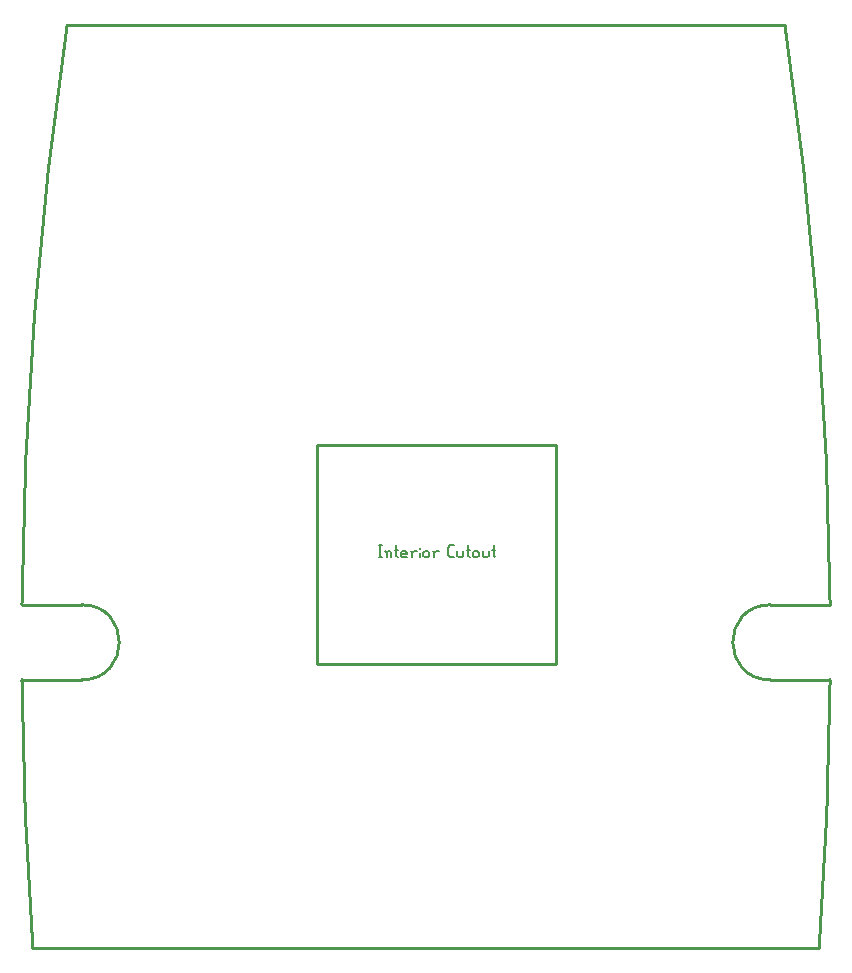
<source format=gbr>
G04 start of page 4 for group 2 idx 2 *
G04 Title: (unknown), outline *
G04 Creator: pcb 20110918 *
G04 CreationDate: Mon 25 May 2015 02:47:13 AM GMT UTC *
G04 For: railfan *
G04 Format: Gerber/RS-274X *
G04 PCB-Dimensions: 269500 307800 *
G04 PCB-Coordinate-Origin: lower left *
%MOIN*%
%FSLAX25Y25*%
%LNOUTLINE*%
%ADD60C,0.0080*%
%ADD59C,0.0100*%
G54D59*X3700Y0D02*X265800D01*
X0Y114500D02*X20000D01*
X0Y89500D02*X20000D01*
X269500Y114500D02*X249500D01*
X269500Y89500D02*X249500D01*
X178000Y94800D02*X98500D01*
X15100Y307800D02*X254400D01*
X98500Y167800D02*X178000D01*
Y94800D01*
X98500D02*Y167800D01*
X3703Y-10D02*G75*G02X56Y89502I1403197J102010D01*G01*
X56Y114498D02*G75*G02X15132Y307791I1406844J-12498D01*G01*
X265797Y-10D02*G75*G03X269444Y89502I-1403197J102010D01*G01*
X269444Y114498D02*G75*G03X254368Y307791I-1406844J-12498D01*G01*
X20000Y89500D02*G75*G03X20000Y114500I0J12500D01*G01*
X249500Y89500D02*G75*G02X249500Y114500I0J12500D01*G01*
G54D60*X119000Y134300D02*X120000D01*
X119500D02*Y130300D01*
X119000D02*X120000D01*
X121700Y131800D02*Y130300D01*
Y131800D02*X122200Y132300D01*
X122700D01*
X123200Y131800D01*
Y130300D01*
X121200Y132300D02*X121700Y131800D01*
X124900Y134300D02*Y130800D01*
X125400Y130300D01*
X124400Y132800D02*X125400D01*
X126900Y130300D02*X128400D01*
X126400Y130800D02*X126900Y130300D01*
X126400Y131800D02*Y130800D01*
Y131800D02*X126900Y132300D01*
X127900D01*
X128400Y131800D01*
X126400Y131300D02*X128400D01*
Y131800D02*Y131300D01*
X130100Y131800D02*Y130300D01*
Y131800D02*X130600Y132300D01*
X131600D01*
X129600D02*X130100Y131800D01*
X132800Y133300D02*Y133200D01*
Y131800D02*Y130300D01*
X133800Y131800D02*Y130800D01*
Y131800D02*X134300Y132300D01*
X135300D01*
X135800Y131800D01*
Y130800D01*
X135300Y130300D02*X135800Y130800D01*
X134300Y130300D02*X135300D01*
X133800Y130800D02*X134300Y130300D01*
X137500Y131800D02*Y130300D01*
Y131800D02*X138000Y132300D01*
X139000D01*
X137000D02*X137500Y131800D01*
X142700Y130300D02*X144000D01*
X142000Y131000D02*X142700Y130300D01*
X142000Y133600D02*Y131000D01*
Y133600D02*X142700Y134300D01*
X144000D01*
X145200Y132300D02*Y130800D01*
X145700Y130300D01*
X146700D01*
X147200Y130800D01*
Y132300D02*Y130800D01*
X148900Y134300D02*Y130800D01*
X149400Y130300D01*
X148400Y132800D02*X149400D01*
X150400Y131800D02*Y130800D01*
Y131800D02*X150900Y132300D01*
X151900D01*
X152400Y131800D01*
Y130800D01*
X151900Y130300D02*X152400Y130800D01*
X150900Y130300D02*X151900D01*
X150400Y130800D02*X150900Y130300D01*
X153600Y132300D02*Y130800D01*
X154100Y130300D01*
X155100D01*
X155600Y130800D01*
Y132300D02*Y130800D01*
X157300Y134300D02*Y130800D01*
X157800Y130300D01*
X156800Y132800D02*X157800D01*
M02*

</source>
